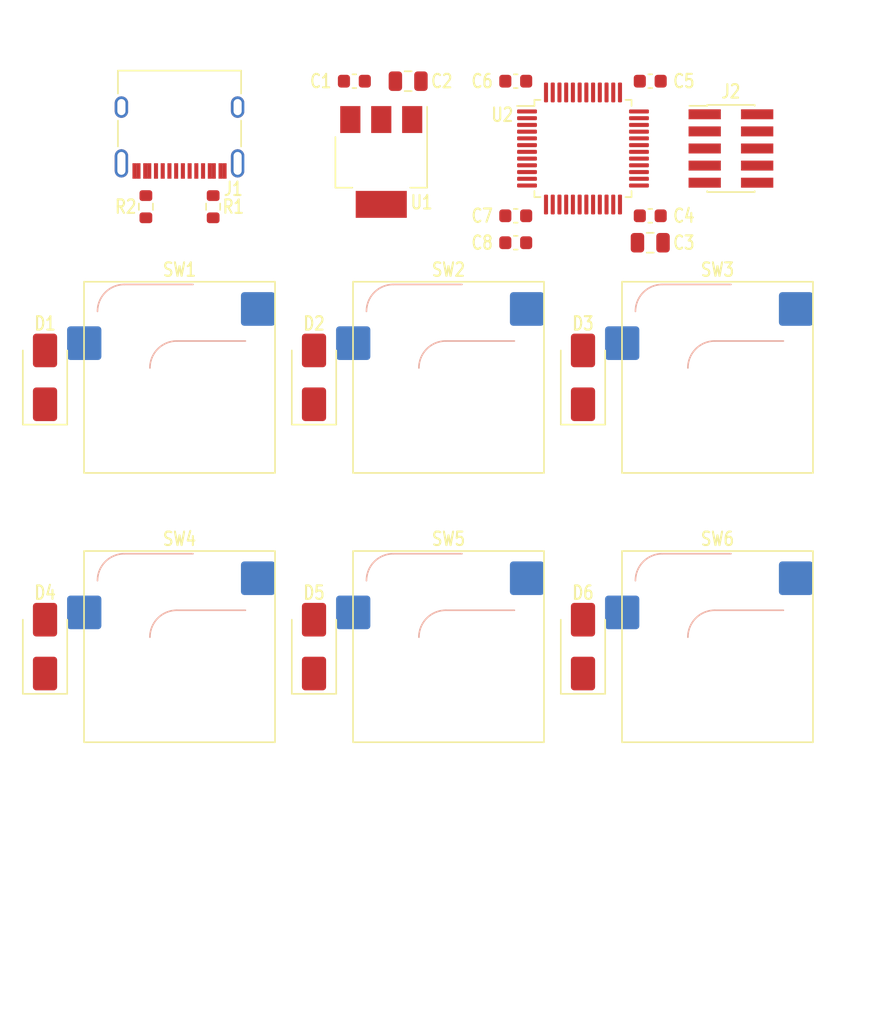
<source format=kicad_pcb>
(kicad_pcb (version 20221018) (generator pcbnew)
  (layers (0 "F.Cu" signal "Front") (31 "B.Cu" signal "Back") (34 "B.Paste" user) (35 "F.Paste" user) (36 "B.SilkS" user "B.Silkscreen") (37 "F.SilkS" user "F.Silkscreen") (38 "B.Mask" user) (39 "F.Mask" user) (44 "Edge.Cuts" user))
  (net 0 "")
  (net 1 "sw.d[0,0].cathode")
  (net 2 "sw.cols.0")
  (net 3 "sw.d[0,1].cathode")
  (net 4 "sw.d[0,2].cathode")
  (net 5 "sw.d[1,0].cathode")
  (net 6 "sw.cols.1")
  (net 7 "sw.d[1,1].cathode")
  (net 8 "usb.conn.A5")
  (net 9 "usb.conn.B5")
  (net 10 "sw.d[1,2].cathode")
  (net 11 "usb.gnd")
  (net 12 "reg.pwr_out")
  (net 13 "usb.pwr")
  (net 14 "mcu.ic.osc.xtal_in")
  (net 15 "mcu.ic.osc.xtal_out")
  (net 16 "mcu.reset_node")
  (net 17 "sw.rows.0")
  (net 18 "sw.rows.1")
  (net 19 "sw.rows.2")
  (net 20 "usb.usb.dp")
  (net 21 "usb.usb.dm")
  (net 22 "mcu.swd.tdi")
  (net 23 "mcu.swd_node.swdio")
  (net 24 "mcu.swd_node.swclk")
  (net 25 "mcu.swd.swo")
  (footprint "Diode_SMD:D_SMA" (layer "F.Cu") (at 160 67 90)
    (fp_text reference "D3" (at 4 0 180) (layer "F.SilkS") (effects (font (size 1 0.8))))
    (fp_text value "40V 550mV@1A 1A SMA(DO-214AC) Schottky Barrier Diodes (SBD) ROHS")
    (fp_line (start -3.51 -1.65) (end -3.51 1.65) (stroke (width 0.12)) (layer "F.SilkS"))
    (fp_line (start -3.51 -1.65) (end 2 -1.65) (stroke (width 0.12)) (layer "F.SilkS"))
    (fp_line (start -3.51 1.65) (end 2 1.65) (stroke (width 0.12)) (layer "F.SilkS"))
    (pad "1" smd roundrect (at -2 0 90) (size 2.5 1.8) (layers "F.Cu" "F.Paste" "F.Mask") (roundrect_rratio 0.1388888889) (net 4 "sw.d[0,2].cathode"))
    (pad "2" smd roundrect (at 2 0 90) (size 2.5 1.8) (layers "F.Cu" "F.Paste" "F.Mask") (roundrect_rratio 0.1388888889) (net 19 "sw.rows.2"))
  )
  (footprint "Capacitor_SMD:C_0603_1608Metric" (layer "F.Cu") (at 155 57 180)
    (fp_text reference "C8" (at 2.5 0) (layer "F.SilkS") (effects (font (size 1 0.8))))
    (fp_text value "")
    (fp_line (start -0.14058 -0.51) (end 0.14058 -0.51) (stroke (width 0.12)) (layer "F.SilkS"))
    (fp_line (start -0.14058 0.51) (end 0.14058 0.51) (stroke (width 0.12)) (layer "F.SilkS"))
    (pad "1" smd roundrect (at -0.775 0 180) (size 0.9 0.95) (layers "F.Cu" "F.Paste" "F.Mask") (net 12 "reg.pwr_out"))
    (pad "2" smd roundrect (at 0.775 0 180) (size 0.9 0.95) (layers "F.Cu" "F.Paste" "F.Mask") (net 11 "usb.gnd"))
  )
  (footprint "Switch_Keyboard_Hotswap_Kailh:SW_Hotswap_Kailh_MX" (layer "F.Cu") (at 170 67)
    (fp_text reference "SW3" (at 0 -8) (layer "F.SilkS") (effects (font (size 1 0.8))))
    (fp_text value "PG151101S11")
    (fp_line (start -4.1 -6.9) (end 1 -6.9) (stroke (width 0.12)) (layer "B.SilkS"))
    (fp_line (start -0.2 -2.7) (end 4.9 -2.7) (stroke (width 0.12)) (layer "B.SilkS"))
    (fp_arc (start -6.1 -4.9) (mid -5.514214 -6.314214) (end -4.1 -6.9) (stroke (width 0.12)) (layer "B.SilkS"))
    (fp_arc (start -2.2 -0.7) (mid -1.614214 -2.114214) (end -0.2 -2.7) (stroke (width 0.12)) (layer "B.SilkS"))
    (fp_line (start -7.1 -7.1) (end -7.1 7.1) (stroke (width 0.12)) (layer "F.SilkS"))
    (fp_line (start -7.1 7.1) (end 7.1 7.1) (stroke (width 0.12)) (layer "F.SilkS"))
    (fp_line (start 7.1 -7.1) (end -7.1 -7.1) (stroke (width 0.12)) (layer "F.SilkS"))
    (fp_line (start 7.1 7.1) (end 7.1 -7.1) (stroke (width 0.12)) (layer "F.SilkS"))
    (pad "" np_thru_hole circle (at -5.08 0) (size 1.75 1.75) (drill 1.75) (layers "*.Cu" "*.Mask"))
    (pad "" np_thru_hole circle (at -3.81 -2.54) (size 3.05 3.05) (drill 3.05) (layers "*.Cu" "*.Mask"))
    (pad "" np_thru_hole circle (at 0 0) (size 4 4) (drill 4) (layers "*.Cu" "*.Mask"))
    (pad "" np_thru_hole circle (at 2.54 -5.08) (size 3.05 3.05) (drill 3.05) (layers "*.Cu" "*.Mask"))
    (pad "" np_thru_hole circle (at 5.08 0) (size 1.75 1.75) (drill 1.75) (layers "*.Cu" "*.Mask"))
    (pad "1" smd roundrect (at -7.085 -2.54) (size 2.55 2.5) (layers "B.Cu" "B.Paste" "B.Mask") (roundrect_rratio 0.1) (net 4 "sw.d[0,2].cathode"))
    (pad "2" smd roundrect (at 5.842 -5.08) (size 2.55 2.5) (layers "B.Cu" "B.Paste" "B.Mask") (roundrect_rratio 0.1) (net 2 "sw.cols.0"))
  )
  (footprint "Connector_USB:USB_C_Receptacle_XKB_U262-16XN-4BVC11" (layer "F.Cu") (at 130 48 180)
    (fp_text reference "J1" (at -4 -5 180) (layer "F.SilkS") (effects (font (size 1 0.8))))
    (fp_text value "COM-15111")
    (fp_line (start -4.58 -1.85) (end -4.58 0.07) (stroke (width 0.12)) (layer "F.SilkS"))
    (fp_line (start -4.58 3.785) (end -4.58 2.08) (stroke (width 0.12)) (layer "F.SilkS"))
    (fp_line (start 4.58 0.07) (end 4.58 -1.85) (stroke (width 0.12)) (layer "F.SilkS"))
    (fp_line (start 4.58 2.08) (end 4.58 3.785) (stroke (width 0.12)) (layer "F.SilkS"))
    (fp_line (start 4.58 3.785) (end -4.58 3.785) (stroke (width 0.12)) (layer "F.SilkS"))
    (pad "" np_thru_hole circle (at -2.89 -2.605 180) (size 0.65 0.65) (drill 0.65) (layers "*.Cu" "*.Mask"))
    (pad "" np_thru_hole circle (at 2.89 -2.605 180) (size 0.65 0.65) (drill 0.65) (layers "*.Cu" "*.Mask"))
    (pad "A1" smd rect (at -3.35 -3.67 180) (size 0.3 1.15) (layers "F.Cu" "F.Paste" "F.Mask") (net 11 "usb.gnd"))
    (pad "A4" smd rect (at -2.55 -3.67 180) (size 0.3 1.15) (layers "F.Cu" "F.Paste" "F.Mask") (net 13 "usb.pwr"))
    (pad "A5" smd rect (at -1.25 -3.67 180) (size 0.3 1.15) (layers "F.Cu" "F.Paste" "F.Mask") (net 8 "usb.conn.A5"))
    (pad "A6" smd rect (at -0.25 -3.67 180) (size 0.3 1.15) (layers "F.Cu" "F.Paste" "F.Mask") (net 20 "usb.usb.dp"))
    (pad "A7" smd rect (at 0.25 -3.67 180) (size 0.3 1.15) (layers "F.Cu" "F.Paste" "F.Mask") (net 21 "usb.usb.dm"))
    (pad "A8" smd rect (at 1.25 -3.67 180) (size 0.3 1.15) (layers "F.Cu" "F.Paste" "F.Mask"))
    (pad "A9" smd rect (at 2.55 -3.67 180) (size 0.3 1.15) (layers "F.Cu" "F.Paste" "F.Mask") (net 13 "usb.pwr"))
    (pad "A12" smd rect (at 3.35 -3.67 180) (size 0.3 1.15) (layers "F.Cu" "F.Paste" "F.Mask") (net 11 "usb.gnd"))
    (pad "B1" smd rect (at 3.05 -3.67 180) (size 0.3 1.15) (layers "F.Cu" "F.Paste" "F.Mask") (net 11 "usb.gnd"))
    (pad "B4" smd rect (at 2.25 -3.67 180) (size 0.3 1.15) (layers "F.Cu" "F.Paste" "F.Mask") (net 13 "usb.pwr"))
    (pad "B5" smd rect (at 1.75 -3.67 180) (size 0.3 1.15) (layers "F.Cu" "F.Paste" "F.Mask") (net 9 "usb.conn.B5"))
    (pad "B6" smd rect (at 0.75 -3.67 180) (size 0.3 1.15) (layers "F.Cu" "F.Paste" "F.Mask") (net 20 "usb.usb.dp"))
    (pad "B7" smd rect (at -0.75 -3.67 180) (size 0.3 1.15) (layers "F.Cu" "F.Paste" "F.Mask") (net 21 "usb.usb.dm"))
    (pad "B8" smd rect (at -1.75 -3.67 180) (size 0.3 1.15) (layers "F.Cu" "F.Paste" "F.Mask"))
    (pad "B9" smd rect (at -2.25 -3.67 180) (size 0.3 1.15) (layers "F.Cu" "F.Paste" "F.Mask") (net 13 "usb.pwr"))
    (pad "B12" smd rect (at -3.05 -3.67 180) (size 0.3 1.15) (layers "F.Cu" "F.Paste" "F.Mask") (net 11 "usb.gnd"))
    (pad "S1" thru_hole oval (at -4.32 -3.105 180) (size 1 2.1) (drill oval 0.6 1.7) (layers "*.Cu" "*.Mask") (net 11 "usb.gnd"))
    (pad "S1" thru_hole oval (at -4.32 1.075 180) (size 1 1.6) (drill oval 0.6 1.2) (layers "*.Cu" "*.Mask") (net 11 "usb.gnd"))
    (pad "S1" thru_hole oval (at 4.32 -3.105 180) (size 1 2.1) (drill oval 0.6 1.7) (layers "*.Cu" "*.Mask") (net 11 "usb.gnd"))
    (pad "S1" thru_hole oval (at 4.32 1.075 180) (size 1 1.6) (drill oval 0.6 1.2) (layers "*.Cu" "*.Mask") (net 11 "usb.gnd"))
  )
  (footprint "Capacitor_SMD:C_0603_1608Metric" (layer "F.Cu") (at 155 45 180)
    (fp_text reference "C6" (at 2.5 0 180) (layer "F.SilkS") (effects (font (size 1 0.8))))
    (fp_text value "")
    (fp_line (start -0.14058 -0.51) (end 0.14058 -0.51) (stroke (width 0.12)) (layer "F.SilkS"))
    (fp_line (start -0.14058 0.51) (end 0.14058 0.51) (stroke (width 0.12)) (layer "F.SilkS"))
    (pad "1" smd roundrect (at -0.775 0 180) (size 0.9 0.95) (layers "F.Cu" "F.Paste" "F.Mask") (net 12 "reg.pwr_out"))
    (pad "2" smd roundrect (at 0.775 0 180) (size 0.9 0.95) (layers "F.Cu" "F.Paste" "F.Mask") (net 11 "usb.gnd"))
  )
  (footprint "Switch_Keyboard_Hotswap_Kailh:SW_Hotswap_Kailh_MX" (layer "F.Cu") (at 130 87)
    (fp_text reference "SW4" (at 0 -8) (layer "F.SilkS") (effects (font (size 1 0.8))))
    (fp_text value "PG151101S11")
    (fp_line (start -4.1 -6.9) (end 1 -6.9) (stroke (width 0.12)) (layer "B.SilkS"))
    (fp_line (start -0.2 -2.7) (end 4.9 -2.7) (stroke (width 0.12)) (layer "B.SilkS"))
    (fp_arc (start -6.1 -4.9) (mid -5.514214 -6.314214) (end -4.1 -6.9) (stroke (width 0.12)) (layer "B.SilkS"))
    (fp_arc (start -2.2 -0.7) (mid -1.614214 -2.114214) (end -0.2 -2.7) (stroke (width 0.12)) (layer "B.SilkS"))
    (fp_line (start -7.1 -7.1) (end -7.1 7.1) (stroke (width 0.12)) (layer "F.SilkS"))
    (fp_line (start -7.1 7.1) (end 7.1 7.1) (stroke (width 0.12)) (layer "F.SilkS"))
    (fp_line (start 7.1 -7.1) (end -7.1 -7.1) (stroke (width 0.12)) (layer "F.SilkS"))
    (fp_line (start 7.1 7.1) (end 7.1 -7.1) (stroke (width 0.12)) (layer "F.SilkS"))
    (pad "" np_thru_hole circle (at -5.08 0) (size 1.75 1.75) (drill 1.75) (layers "*.Cu" "*.Mask"))
    (pad "" np_thru_hole circle (at -3.81 -2.54) (size 3.05 3.05) (drill 3.05) (layers "*.Cu" "*.Mask"))
    (pad "" np_thru_hole circle (at 0 0) (size 4 4) (drill 4) (layers "*.Cu" "*.Mask"))
    (pad "" np_thru_hole circle (at 2.54 -5.08) (size 3.05 3.05) (drill 3.05) (layers "*.Cu" "*.Mask"))
    (pad "" np_thru_hole circle (at 5.08 0) (size 1.75 1.75) (drill 1.75) (layers "*.Cu" "*.Mask"))
    (pad "1" smd roundrect (at -7.085 -2.54) (size 2.55 2.5) (layers "B.Cu" "B.Paste" "B.Mask") (roundrect_rratio 0.1) (net 5 "sw.d[1,0].cathode"))
    (pad "2" smd roundrect (at 5.842 -5.08) (size 2.55 2.5) (layers "B.Cu" "B.Paste" "B.Mask") (roundrect_rratio 0.1) (net 6 "sw.cols.1"))
  )
  (footprint "Capacitor_SMD:C_0805_2012Metric" (layer "F.Cu") (at 165 57 180)
    (fp_text reference "C3" (at -2.5 0) (layer "F.SilkS") (effects (font (size 1 0.8))))
    (fp_text value "")
    (fp_line (start -0.261252 -0.735) (end 0.261252 -0.735) (stroke (width 0.12)) (layer "F.SilkS"))
    (fp_line (start -0.261252 0.735) (end 0.261252 0.735) (stroke (width 0.12)) (layer "F.SilkS"))
    (pad "1" smd roundrect (at -0.95 0 180) (size 1 1.45) (layers "F.Cu" "F.Paste" "F.Mask") (net 12 "reg.pwr_out"))
    (pad "2" smd roundrect (at 0.95 0 180) (size 1 1.45) (layers "F.Cu" "F.Paste" "F.Mask") (net 11 "usb.gnd"))
  )
  (footprint "Capacitor_SMD:C_0603_1608Metric" (layer "F.Cu") (at 143 45)
    (fp_text reference "C1" (at -2.5 0) (layer "F.SilkS") (effects (font (size 1 0.8))))
    (fp_text value "")
    (fp_line (start -0.14058 -0.51) (end 0.14058 -0.51) (stroke (width 0.12)) (layer "F.SilkS"))
    (fp_line (start -0.14058 0.51) (end 0.14058 0.51) (stroke (width 0.12)) (layer "F.SilkS"))
    (pad "1" smd roundrect (at -0.775 0) (size 0.9 0.95) (layers "F.Cu" "F.Paste" "F.Mask") (net 13 "usb.pwr"))
    (pad "2" smd roundrect (at 0.775 0) (size 0.9 0.95) (layers "F.Cu" "F.Paste" "F.Mask") (net 11 "usb.gnd"))
  )
  (footprint "Diode_SMD:D_SMA" (layer "F.Cu") (at 160 87 90)
    (fp_text reference "D6" (at 4 0 180) (layer "F.SilkS") (effects (font (size 1 0.8))))
    (fp_text value "40V 550mV@1A 1A SMA(DO-214AC) Schottky Barrier Diodes (SBD) ROHS")
    (fp_line (start -3.51 -1.65) (end -3.51 1.65) (stroke (width 0.12)) (layer "F.SilkS"))
    (fp_line (start -3.51 -1.65) (end 2 -1.65) (stroke (width 0.12)) (layer "F.SilkS"))
    (fp_line (start -3.51 1.65) (end 2 1.65) (stroke (width 0.12)) (layer "F.SilkS"))
    (pad "1" smd roundrect (at -2 0 90) (size 2.5 1.8) (layers "F.Cu" "F.Paste" "F.Mask") (roundrect_rratio 0.1388888889) (net 10 "sw.d[1,2].cathode"))
    (pad "2" smd roundrect (at 2 0 90) (size 2.5 1.8) (layers "F.Cu" "F.Paste" "F.Mask") (roundrect_rratio 0.1388888889) (net 19 "sw.rows.2"))
  )
  (footprint "Package_QFP:LQFP-48_7x7mm_P0.5mm" (layer "F.Cu") (at 160 50)
    (fp_text reference "U2" (at -6 -2.5) (layer "F.SilkS") (effects (font (size 1 0.8))))
    (fp_text value "STM32F103xxT6")
    (fp_line (start -3.61 -3.61) (end -3.61 -3.16) (stroke (width 0.12)) (layer "F.SilkS"))
    (fp_line (start -3.61 -3.16) (end -4.9 -3.16) (stroke (width 0.12)) (layer "F.SilkS"))
    (fp_line (start -3.61 3.61) (end -3.61 3.16) (stroke (width 0.12)) (layer "F.SilkS"))
    (fp_line (start -3.16 -3.61) (end -3.61 -3.61) (stroke (width 0.12)) (layer "F.SilkS"))
    (fp_line (start -3.16 3.61) (end -3.61 3.61) (stroke (width 0.12)) (layer "F.SilkS"))
    (fp_line (start 3.16 -3.61) (end 3.61 -3.61) (stroke (width 0.12)) (layer "F.SilkS"))
    (fp_line (start 3.16 3.61) (end 3.61 3.61) (stroke (width 0.12)) (layer "F.SilkS"))
    (fp_line (start 3.61 -3.61) (end 3.61 -3.16) (stroke (width 0.12)) (layer "F.SilkS"))
    (fp_line (start 3.61 3.61) (end 3.61 3.16) (stroke (width 0.12)) (layer "F.SilkS"))
    (pad "1" smd roundrect (at -4.1625 -2.75) (size 1.475 0.3) (layers "F.Cu" "F.Paste" "F.Mask") (net 12 "reg.pwr_out"))
    (pad "2" smd roundrect (at -4.1625 -2.25) (size 1.475 0.3) (layers "F.Cu" "F.Paste" "F.Mask"))
    (pad "3" smd roundrect (at -4.1625 -1.75) (size 1.475 0.3) (layers "F.Cu" "F.Paste" "F.Mask"))
    (pad "4" smd roundrect (at -4.1625 -1.25) (size 1.475 0.3) (layers "F.Cu" "F.Paste" "F.Mask"))
    (pad "5" smd roundrect (at -4.1625 -0.75) (size 1.475 0.3) (layers "F.Cu" "F.Paste" "F.Mask") (net 14 "mcu.ic.osc.xtal_in"))
    (pad "6" smd roundrect (at -4.1625 -0.25) (size 1.475 0.3) (layers "F.Cu" "F.Paste" "F.Mask") (net 15 "mcu.ic.osc.xtal_out"))
    (pad "7" smd roundrect (at -4.1625 0.25) (size 1.475 0.3) (layers "F.Cu" "F.Paste" "F.Mask") (net 16 "mcu.reset_node"))
    (pad "8" smd roundrect (at -4.1625 0.75) (size 1.475 0.3) (layers "F.Cu" "F.Paste" "F.Mask") (net 11 "usb.gnd"))
    (pad "9" smd roundrect (at -4.1625 1.25) (size 1.475 0.3) (layers "F.Cu" "F.Paste" "F.Mask") (net 12 "reg.pwr_out"))
    (pad "10" smd roundrect (at -4.1625 1.75) (size 1.475 0.3) (layers "F.Cu" "F.Paste" "F.Mask") (net 2 "sw.cols.0"))
    (pad "11" smd roundrect (at -4.1625 2.25) (size 1.475 0.3) (layers "F.Cu" "F.Paste" "F.Mask") (net 6 "sw.cols.1"))
    (pad "12" smd roundrect (at -4.1625 2.75) (size 1.475 0.3) (layers "F.Cu" "F.Paste" "F.Mask") (net 17 "sw.rows.0"))
    (pad "13" smd roundrect (at -2.75 4.1625) (size 0.3 1.475) (layers "F.Cu" "F.Paste" "F.Mask") (net 18 "sw.rows.1"))
    (pad "14" smd roundrect (at -2.25 4.1625) (size 0.3 1.475) (layers "F.Cu" "F.Paste" "F.Mask") (net 19 "sw.rows.2"))
    (pad "15" smd roundrect (at -1.75 4.1625) (size 0.3 1.475) (layers "F.Cu" "F.Paste" "F.Mask"))
    (pad "16" smd roundrect (at -1.25 4.1625) (size 0.3 1.475) (layers "F.Cu" "F.Paste" "F.Mask"))
    (pad "17" smd roundrect (at -0.75 4.1625) (size 0.3 1.475) (layers "F.Cu" "F.Paste" "F.Mask"))
    (pad "18" smd roundrect (at -0.25 4.1625) (size 0.3 1.475) (layers "F.Cu" "F.Paste" "F.Mask"))
    (pad "19" smd roundrect (at 0.25 4.1625) (size 0.3 1.475) (layers "F.Cu" "F.Paste" "F.Mask"))
    (pad "20" smd roundrect (at 0.75 4.1625) (size 0.3 1.475) (layers "F.Cu" "F.Paste" "F.Mask"))
    (pad "21" smd roundrect (at 1.25 4.1625) (size 0.3 1.475) (layers "F.Cu" "F.Paste" "F.Mask"))
    (pad "22" smd roundrect (at 1.75 4.1625) (size 0.3 1.475) (layers "F.Cu" "F.Paste" "F.Mask"))
    (pad "23" smd roundrect (at 2.25 4.1625) (size 0.3 1.475) (layers "F.Cu" "F.Paste" "F.Mask") (net 11 "usb.gnd"))
    (pad "24" smd roundrect (at 2.75 4.1625) (size 0.3 1.475) (layers "F.Cu" "F.Paste" "F.Mask") (net 12 "reg.pwr_out"))
    (pad "25" smd roundrect (at 4.1625 2.75) (size 1.475 0.3) (layers "F.Cu" "F.Paste" "F.Mask"))
    (pad "26" smd roundrect (at 4.1625 2.25) (size 1.475 0.3) (layers "F.Cu" "F.Paste" "F.Mask"))
    (pad "27" smd roundrect (at 4.1625 1.75) (size 1.475 0.3) (layers "F.Cu" "F.Paste" "F.Mask"))
    (pad "28" smd roundrect (at 4.1625 1.25) (size 1.475 0.3) (layers "F.Cu" "F.Paste" "F.Mask"))
    (pad "29" smd roundrect (at 4.1625 0.75) (size 1.475 0.3) (layers "F.Cu" "F.Paste" "F.Mask"))
    (pad "30" smd roundrect (at 4.1625 0.25) (size 1.475 0.3) (layers "F.Cu" "F.Paste" "F.Mask"))
    (pad "31" smd roundrect (at 4.1625 -0.25) (size 1.475 0.3) (layers "F.Cu" "F.Paste" "F.Mask"))
    (pad "32" smd roundrect (at 4.1625 -0.75) (size 1.475 0.3) (layers "F.Cu" "F.Paste" "F.Mask"))
    (pad "33" smd roundrect (at 4.1625 -1.25) (size 1.475 0.3) (layers "F.Cu" "F.Paste" "F.Mask"))
    (pad "34" smd roundrect (at 4.1625 -1.75) (size 1.475 0.3) (layers "F.Cu" "F.Paste" "F.Mask") (net 23 "mcu.swd_node.swdio"))
    (pad "35" smd roundrect (at 4.1625 -2.25) (size 1.475 0.3) (layers "F.Cu" "F.Paste" "F.Mask") (net 11 "usb.gnd"))
    (pad "36" smd roundrect (at 4.1625 -2.75) (size 1.475 0.3) (layers "F.Cu" "F.Paste" "F.Mask") (net 12 "reg.pwr_out"))
    (pad "37" smd roundrect (at 2.75 -4.1625) (size 0.3 1.475) (layers "F.Cu" "F.Paste" "F.Mask") (net 24 "mcu.swd_node.swclk"))
    (pad "38" smd roundrect (at 2.25 -4.1625) (size 0.3 1.475) (layers "F.Cu" "F.Paste" "F.Mask"))
    (pad "39" smd roundrect (at 1.75 -4.1625) (size 0.3 1.475) (layers "F.Cu" "F.Paste" "F.Mask"))
    (pad "40" smd roundrect (at 1.25 -4.1625) (size 0.3 1.475) (layers "F.Cu" "F.Paste" "F.Mask"))
    (pad "41" smd roundrect (at 0.75 -4.1625) (size 0.3 1.475) (layers "F.Cu" "F.Paste" "F.Mask"))
    (pad "42" smd roundrect (at 0.25 -4.1625) (size 0.3 1.475) (layers "F.Cu" "F.Paste" "F.Mask"))
    (pad "43" smd roundrect (at -0.25 -4.1625) (size 0.3 1.475) (layers "F.Cu" "F.Paste" "F.Mask"))
    (pad "44" smd roundrect (at -0.75 -4.1625) (size 0.3 1.475) (layers "F.Cu" "F.Paste" "F.Mask") (net 11 "usb.gnd"))
    (pad "45" smd roundrect (at -1.25 -4.1625) (size 0.3 1.475) (layers "F.Cu" "F.Paste" "F.Mask"))
    (pad "46" smd roundrect (at -1.75 -4.1625) (size 0.3 1.475) (layers "F.Cu" "F.Paste" "F.Mask"))
    (pad "47" smd roundrect (at -2.25 -4.1625) (size 0.3 1.475) (layers "F.Cu" "F.Paste" "F.Mask") (net 11 "usb.gnd"))
    (pad "48" smd roundrect (at -2.75 -4.1625) (size 0.3 1.475) (layers "F.Cu" "F.Paste" "F.Mask") (net 12 "reg.pwr_out"))
  )
  (footprint "Connector_PinHeader_1.27mm:PinHeader_2x05_P1.27mm_Vertical_SMD" (layer "F.Cu") (at 171 50)
    (fp_text reference "J2" (at 0 -4.235) (layer "F.SilkS") (effects (font (size 1 0.8))))
    (fp_text value "PinHeader1.27 Shrouded 2x5")
    (fp_line (start -3.09 -3.17) (end -1.765 -3.17) (stroke (width 0.12)) (layer "F.SilkS"))
    (fp_line (start -1.765 -3.235) (end -1.765 -3.17) (stroke (width 0.12)) (layer "F.SilkS"))
    (fp_line (start -1.765 -3.235) (end 1.765 -3.235) (stroke (width 0.12)) (layer "F.SilkS"))
    (fp_line (start -1.765 3.17) (end -1.765 3.235) (stroke (width 0.12)) (layer "F.SilkS"))
    (fp_line (start -1.765 3.235) (end 1.765 3.235) (stroke (width 0.12)) (layer "F.SilkS"))
    (fp_line (start 1.765 -3.235) (end 1.765 -3.17) (stroke (width 0.12)) (layer "F.SilkS"))
    (fp_line (start 1.765 3.17) (end 1.765 3.235) (stroke (width 0.12)) (layer "F.SilkS"))
    (pad "1" smd rect (at -1.95 -2.54) (size 2.4 0.74) (layers "F.Cu" "F.Paste" "F.Mask") (net 12 "reg.pwr_out"))
    (pad "2" smd rect (at 1.95 -2.54) (size 2.4 0.74) (layers "F.Cu" "F.Paste" "F.Mask") (net 23 "mcu.swd_node.swdio"))
    (pad "3" smd rect (at -1.95 -1.27) (size 2.4 0.74) (layers "F.Cu" "F.Paste" "F.Mask") (net 11 "usb.gnd"))
    (pad "4" smd rect (at 1.95 -1.27) (size 2.4 0.74) (layers "F.Cu" "F.Paste" "F.Mask") (net 24 "mcu.swd_node.swclk"))
    (pad "5" smd rect (at -1.95 0) (size 2.4 0.74) (layers "F.Cu" "F.Paste" "F.Mask") (net 11 "usb.gnd"))
    (pad "6" smd rect (at 1.95 0) (size 2.4 0.74) (layers "F.Cu" "F.Paste" "F.Mask") (net 25 "mcu.swd.swo"))
    (pad "7" smd rect (at -1.95 1.27) (size 2.4 0.74) (layers "F.Cu" "F.Paste" "F.Mask"))
    (pad "8" smd rect (at 1.95 1.27) (size 2.4 0.74) (layers "F.Cu" "F.Paste" "F.Mask") (net 22 "mcu.swd.tdi"))
    (pad "9" smd rect (at -1.95 2.54) (size 2.4 0.74) (layers "F.Cu" "F.Paste" "F.Mask") (net 11 "usb.gnd"))
    (pad "10" smd rect (at 1.95 2.54) (size 2.4 0.74) (layers "F.Cu" "F.Paste" "F.Mask") (net 16 "mcu.reset_node"))
  )
  (footprint "Switch_Keyboard_Hotswap_Kailh:SW_Hotswap_Kailh_MX" (layer "F.Cu") (at 130 67)
    (fp_text reference "SW1" (at 0 -8) (layer "F.SilkS") (effects (font (size 1 0.8))))
    (fp_text value "PG151101S11")
    (fp_line (start -4.1 -6.9) (end 1 -6.9) (stroke (width 0.12)) (layer "B.SilkS"))
    (fp_line (start -0.2 -2.7) (end 4.9 -2.7) (stroke (width 0.12)) (layer "B.SilkS"))
    (fp_arc (start -6.1 -4.9) (mid -5.514214 -6.314214) (end -4.1 -6.9) (stroke (width 0.12)) (layer "B.SilkS"))
    (fp_arc (start -2.2 -0.7) (mid -1.614214 -2.114214) (end -0.2 -2.7) (stroke (width 0.12)) (layer "B.SilkS"))
    (fp_line (start -7.1 -7.1) (end -7.1 7.1) (stroke (width 0.12)) (layer "F.SilkS"))
    (fp_line (start -7.1 7.1) (end 7.1 7.1) (stroke (width 0.12)) (layer "F.SilkS"))
    (fp_line (start 7.1 -7.1) (end -7.1 -7.1) (stroke (width 0.12)) (layer "F.SilkS"))
    (fp_line (start 7.1 7.1) (end 7.1 -7.1) (stroke (width 0.12)) (layer "F.SilkS"))
    (pad "" np_thru_hole circle (at -5.08 0) (size 1.75 1.75) (drill 1.75) (layers "*.Cu" "*.Mask"))
    (pad "" np_thru_hole circle (at -3.81 -2.54) (size 3.05 3.05) (drill 3.05) (layers "*.Cu" "*.Mask"))
    (pad "" np_thru_hole circle (at 0 0) (size 4 4) (drill 4) (layers "*.Cu" "*.Mask"))
    (pad "" np_thru_hole circle (at 2.54 -5.08) (size 3.05 3.05) (drill 3.05) (layers "*.Cu" "*.Mask"))
    (pad "" np_thru_hole circle (at 5.08 0) (size 1.75 1.75) (drill 1.75) (layers "*.Cu" "*.Mask"))
    (pad "1" smd roundrect (at -7.085 -2.54) (size 2.55 2.5) (layers "B.Cu" "B.Paste" "B.Mask") (roundrect_rratio 0.1) (net 1 "sw.d[0,0].cathode"))
    (pad "2" smd roundrect (at 5.842 -5.08) (size 2.55 2.5) (layers "B.Cu" "B.Paste" "B.Mask") (roundrect_rratio 0.1) (net 2 "sw.cols.0"))
  )
  (footprint "Switch_Keyboard_Hotswap_Kailh:SW_Hotswap_Kailh_MX" (layer "F.Cu") (at 150 67)
    (fp_text reference "SW2" (at 0 -8) (layer "F.SilkS") (effects (font (size 1 0.8))))
    (fp_text value "PG151101S11")
    (fp_line (start -4.1 -6.9) (end 1 -6.9) (stroke (width 0.12)) (layer "B.SilkS"))
    (fp_line (start -0.2 -2.7) (end 4.9 -2.7) (stroke (width 0.12)) (layer "B.SilkS"))
    (fp_arc (start -6.1 -4.9) (mid -5.514214 -6.314214) (end -4.1 -6.9) (stroke (width 0.12)) (layer "B.SilkS"))
    (fp_arc (start -2.2 -0.7) (mid -1.614214 -2.114214) (end -0.2 -2.7) (stroke (width 0.12)) (layer "B.SilkS"))
    (fp_line (start -7.1 -7.1) (end -7.1 7.1) (stroke (width 0.12)) (layer "F.SilkS"))
    (fp_line (start -7.1 7.1) (end 7.1 7.1) (stroke (width 0.12)) (layer "F.SilkS"))
    (fp_line (start 7.1 -7.1) (end -7.1 -7.1) (stroke (width 0.12)) (layer "F.SilkS"))
    (fp_line (start 7.1 7.1) (end 7.1 -7.1) (stroke (width 0.12)) (layer "F.SilkS"))
    (pad "" np_thru_hole circle (at -5.08 0) (size 1.75 1.75) (drill 1.75) (layers "*.Cu" "*.Mask"))
    (pad "" np_thru_hole circle (at -3.81 -2.54) (size 3.05 3.05) (drill 3.05) (layers "*.Cu" "*.Mask"))
    (pad "" np_thru_hole circle (at 0 0) (size 4 4) (drill 4) (layers "*.Cu" "*.Mask"))
    (pad "" np_thru_hole circle (at 2.54 -5.08) (size 3.05 3.05) (drill 3.05) (layers "*.Cu" "*.Mask"))
    (pad "" np_thru_hole circle (at 5.08 0) (size 1.75 1.75) (drill 1.75) (layers "*.Cu" "*.Mask"))
    (pad "1" smd roundrect (at -7.085 -2.54) (size 2.55 2.5) (layers "B.Cu" "B.Paste" "B.Mask") (roundrect_rratio 0.1) (net 3 "sw.d[0,1].cathode"))
    (pad "2" smd roundrect (at 5.842 -5.08) (size 2.55 2.5) (layers "B.Cu" "B.Paste" "B.Mask") (roundrect_rratio 0.1) (net 2 "sw.cols.0"))
  )
  (footprint "Switch_Keyboard_Hotswap_Kailh:SW_Hotswap_Kailh_MX" (layer "F.Cu") (at 170 87)
    (fp_text reference "SW6" (at 0 -8) (layer "F.SilkS") (effects (font (size 1 0.8))))
    (fp_text value "PG151101S11")
    (fp_line (start -4.1 -6.9) (end 1 -6.9) (stroke (width 0.12)) (layer "B.SilkS"))
    (fp_line (start -0.2 -2.7) (end 4.9 -2.7) (stroke (width 0.12)) (layer "B.SilkS"))
    (fp_arc (start -6.1 -4.9) (mid -5.514214 -6.314214) (end -4.1 -6.9) (stroke (width 0.12)) (layer "B.SilkS"))
    (fp_arc (start -2.2 -0.7) (mid -1.614214 -2.114214) (end -0.2 -2.7) (stroke (width 0.12)) (layer "B.SilkS"))
    (fp_line (start -7.1 -7.1) (end -7.1 7.1) (stroke (width 0.12)) (layer "F.SilkS"))
    (fp_line (start -7.1 7.1) (end 7.1 7.1) (stroke (width 0.12)) (layer "F.SilkS"))
    (fp_line (start 7.1 -7.1) (end -7.1 -7.1) (stroke (width 0.12)) (layer "F.SilkS"))
    (fp_line (start 7.1 7.1) (end 7.1 -7.1) (stroke (width 0.12)) (layer "F.SilkS"))
    (pad "" np_thru_hole circle (at -5.08 0) (size 1.75 1.75) (drill 1.75) (layers "*.Cu" "*.Mask"))
    (pad "" np_thru_hole circle (at -3.81 -2.54) (size 3.05 3.05) (drill 3.05) (layers "*.Cu" "*.Mask"))
    (pad "" np_thru_hole circle (at 0 0) (size 4 4) (drill 4) (layers "*.Cu" "*.Mask"))
    (pad "" np_thru_hole circle (at 2.54 -5.08) (size 3.05 3.05) (drill 3.05) (layers "*.Cu" "*.Mask"))
    (pad "" np_thru_hole circle (at 5.08 0) (size 1.75 1.75) (drill 1.75) (layers "*.Cu" "*.Mask"))
    (pad "1" smd roundrect (at -7.085 -2.54) (size 2.55 2.5) (layers "B.Cu" "B.Paste" "B.Mask") (roundrect_rratio 0.1) (net 10 "sw.d[1,2].cathode"))
    (pad "2" smd roundrect (at 5.842 -5.08) (size 2.55 2.5) (layers "B.Cu" "B.Paste" "B.Mask") (roundrect_rratio 0.1) (net 6 "sw.cols.1"))
  )
  (footprint "Capacitor_SMD:C_0805_2012Metric" (layer "F.Cu") (at 147 45)
    (fp_text reference "C2" (at 2.5 0) (layer "F.SilkS") (effects (font (size 1 0.8))))
    (fp_text value "")
    (fp_line (start -0.261252 -0.735) (end 0.261252 -0.735) (stroke (width 0.12)) (layer "F.SilkS"))
    (fp_line (start -0.261252 0.735) (end 0.261252 0.735) (stroke (width 0.12)) (layer "F.SilkS"))
    (pad "1" smd roundrect (at -0.95 0) (size 1 1.45) (layers "F.Cu" "F.Paste" "F.Mask") (net 12 "reg.pwr_out"))
    (pad "2" smd roundrect (at 0.95 0) (size 1 1.45) (layers "F.Cu" "F.Paste" "F.Mask") (net 11 "usb.gnd"))
  )
  (footprint "Diode_SMD:D_SMA" (layer "F.Cu") (at 120 87 90)
    (fp_text reference "D4" (at 4 0 180) (layer "F.SilkS") (effects (font (size 1 0.8))))
    (fp_text value "40V 550mV@1A 1A SMA(DO-214AC) Schottky Barrier Diodes (SBD) ROHS")
    (fp_line (start -3.51 -1.65) (end -3.51 1.65) (stroke (width 0.12)) (layer "F.SilkS"))
    (fp_line (start -3.51 -1.65) (end 2 -1.65) (stroke (width 0.12)) (layer "F.SilkS"))
    (fp_line (start -3.51 1.65) (end 2 1.65) (stroke (width 0.12)) (layer "F.SilkS"))
    (pad "1" smd roundrect (at -2 0 90) (size 2.5 1.8) (layers "F.Cu" "F.Paste" "F.Mask") (roundrect_rratio 0.1388888889) (net 5 "sw.d[1,0].cathode"))
    (pad "2" smd roundrect (at 2 0 90) (size 2.5 1.8) (layers "F.Cu" "F.Paste" "F.Mask") (roundrect_rratio 0.1388888889) (net 17 "sw.rows.0"))
  )
  (footprint "Resistor_SMD:R_0603_1608Metric" (layer "F.Cu") (at 132.5 54.325 90)
    (fp_text reference "R1" (at 0 1.5 180) (layer "F.SilkS") (effects (font (size 1 0.8))))
    (fp_text value "")
    (fp_line (start -0.237258 -0.5225) (end 0.237258 -0.5225) (stroke (width 0.12)) (layer "F.SilkS"))
    (fp_line (start -0.237258 0.5225) (end 0.237258 0.5225) (stroke (width 0.12)) (layer "F.SilkS"))
    (pad "1" smd roundrect (at -0.825 0 90) (size 0.8 0.95) (layers "F.Cu" "F.Paste" "F.Mask") (net 11 "usb.gnd"))
    (pad "2" smd roundrect (at 0.825 0 90) (size 0.8 0.95) (layers "F.Cu" "F.Paste" "F.Mask") (net 8 "usb.conn.A5"))
  )
  (footprint "Capacitor_SMD:C_0603_1608Metric" (layer "F.Cu") (at 165 45)
    (fp_text reference "C5" (at 2.5 0) (layer "F.SilkS") (effects (font (size 1 0.8))))
    (fp_text value "")
    (fp_line (start -0.14058 -0.51) (end 0.14058 -0.51) (stroke (width 0.12)) (layer "F.SilkS"))
    (fp_line (start -0.14058 0.51) (end 0.14058 0.51) (stroke (width 0.12)) (layer "F.SilkS"))
    (pad "1" smd roundrect (at -0.775 0) (size 0.9 0.95) (layers "F.Cu" "F.Paste" "F.Mask") (net 12 "reg.pwr_out"))
    (pad "2" smd roundrect (at 0.775 0) (size 0.9 0.95) (layers "F.Cu" "F.Paste" "F.Mask") (net 11 "usb.gnd"))
  )
  (footprint "Resistor_SMD:R_0603_1608Metric" (layer "F.Cu") (at 127.5 54.325 90)
    (fp_text reference "R2" (at 0 -1.5 180) (layer "F.SilkS") (effects (font (size 1 0.8))))
    (fp_text value "")
    (fp_line (start -0.237258 -0.5225) (end 0.237258 -0.5225) (stroke (width 0.12)) (layer "F.SilkS"))
    (fp_line (start -0.237258 0.5225) (end 0.237258 0.5225) (stroke (width 0.12)) (layer "F.SilkS"))
    (pad "1" smd roundrect (at -0.825 0 90) (size 0.8 0.95) (layers "F.Cu" "F.Paste" "F.Mask") (net 11 "usb.gnd"))
    (pad "2" smd roundrect (at 0.825 0 90) (size 0.8 0.95) (layers "F.Cu" "F.Paste" "F.Mask") (net 9 "usb.conn.B5"))
  )
  (footprint "Capacitor_SMD:C_0603_1608Metric" (layer "F.Cu") (at 155 55 180)
    (fp_text reference "C7" (at 2.5 0 180) (layer "F.SilkS") (effects (font (size 1 0.8))))
    (fp_text value "")
    (fp_line (start -0.14058 -0.51) (end 0.14058 -0.51) (stroke (width 0.12)) (layer "F.SilkS"))
    (fp_line (start -0.14058 0.51) (end 0.14058 0.51) (stroke (width 0.12)) (layer "F.SilkS"))
    (pad "1" smd roundrect (at -0.775 0 180) (size 0.9 0.95) (layers "F.Cu" "F.Paste" "F.Mask") (net 12 "reg.pwr_out"))
    (pad "2" smd roundrect (at 0.775 0 180) (size 0.9 0.95) (layers "F.Cu" "F.Paste" "F.Mask") (net 11 "usb.gnd"))
  )
  (footprint "Capacitor_SMD:C_0603_1608Metric" (layer "F.Cu") (at 165 55)
    (fp_text reference "C4" (at 2.5 0) (layer "F.SilkS") (effects (font (size 1 0.8))))
    (fp_text value "")
    (fp_line (start -0.14058 -0.51) (end 0.14058 -0.51) (stroke (width 0.12)) (layer "F.SilkS"))
    (fp_line (start -0.14058 0.51) (end 0.14058 0.51) (stroke (width 0.12)) (layer "F.SilkS"))
    (pad "1" smd roundrect (at -0.775 0) (size 0.9 0.95) (layers "F.Cu" "F.Paste" "F.Mask") (net 12 "reg.pwr_out"))
    (pad "2" smd roundrect (at 0.775 0) (size 0.9 0.95) (layers "F.Cu" "F.Paste" "F.Mask") (net 11 "usb.gnd"))
  )
  (footprint "Diode_SMD:D_SMA" (layer "F.Cu") (at 140 67 90)
    (fp_text reference "D2" (at 4 0 180) (layer "F.SilkS") (effects (font (size 1 0.8))))
    (fp_text value "40V 550mV@1A 1A SMA(DO-214AC) Schottky Barrier Diodes (SBD) ROHS")
    (fp_line (start -3.51 -1.65) (end -3.51 1.65) (stroke (width 0.12)) (layer "F.SilkS"))
    (fp_line (start -3.51 -1.65) (end 2 -1.65) (stroke (width 0.12)) (layer "F.SilkS"))
    (fp_line (start -3.51 1.65) (end 2 1.65) (stroke (width 0.12)) (layer "F.SilkS"))
    (pad "1" smd roundrect (at -2 0 90) (size 2.5 1.8) (layers "F.Cu" "F.Paste" "F.Mask") (roundrect_rratio 0.1388888889) (net 3 "sw.d[0,1].cathode"))
    (pad "2" smd roundrect (at 2 0 90) (size 2.5 1.8) (layers "F.Cu" "F.Paste" "F.Mask") (roundrect_rratio 0.1388888889) (net 18 "sw.rows.1"))
  )
  (footprint "Package_TO_SOT_SMD:SOT-223-3_TabPin2" (layer "F.Cu") (at 145 51 -90)
    (fp_text reference "U1" (at 3 -3 -180) (layer "F.SilkS") (effects (font (size 1 0.8))))
    (fp_text value "LDL1117S33R")
    (fp_line (start -4.1 -3.41) (end 1.91 -3.41) (stroke (width 0.12)) (layer "F.SilkS"))
    (fp_line (start -1.85 3.41) (end 1.91 3.41) (stroke (width 0.12)) (layer "F.SilkS"))
    (fp_line (start 1.91 -3.41) (end 1.91 -2.15) (stroke (width 0.12)) (layer "F.SilkS"))
    (fp_line (start 1.91 3.41) (end 1.91 2.15) (stroke (width 0.12)) (layer "F.SilkS"))
    (pad "1" smd rect (at -3.15 -2.3 270) (size 2 1.5) (layers "F.Cu" "F.Paste" "F.Mask") (net 11 "usb.gnd"))
    (pad "2" smd rect (at -3.15 0 270) (size 2 1.5) (layers "F.Cu" "F.Paste" "F.Mask") (net 12 "reg.pwr_out"))
    (pad "2" smd rect (at 3.15 0 270) (size 2 3.8) (layers "F.Cu" "F.Paste" "F.Mask") (net 12 "reg.pwr_out"))
    (pad "3" smd rect (at -3.15 2.3 270) (size 2 1.5) (layers "F.Cu" "F.Paste" "F.Mask") (net 13 "usb.pwr"))
  )
  (footprint "Diode_SMD:D_SMA" (layer "F.Cu") (at 140 87 90)
    (fp_text reference "D5" (at 4 0 180) (layer "F.SilkS") (effects (font (size 1 0.8))))
    (fp_text value "40V 550mV@1A 1A SMA(DO-214AC) Schottky Barrier Diodes (SBD) ROHS")
    (fp_line (start -3.51 -1.65) (end -3.51 1.65) (stroke (width 0.12)) (layer "F.SilkS"))
    (fp_line (start -3.51 -1.65) (end 2 -1.65) (stroke (width 0.12)) (layer "F.SilkS"))
    (fp_line (start -3.51 1.65) (end 2 1.65) (stroke (width 0.12)) (layer "F.SilkS"))
    (pad "1" smd roundrect (at -2 0 90) (size 2.5 1.8) (layers "F.Cu" "F.Paste" "F.Mask") (roundrect_rratio 0.1388888889) (net 7 "sw.d[1,1].cathode"))
    (pad "2" smd roundrect (at 2 0 90) (size 2.5 1.8) (layers "F.Cu" "F.Paste" "F.Mask") (roundrect_rratio 0.1388888889) (net 18 "sw.rows.1"))
  )
  (footprint "Diode_SMD:D_SMA" (layer "F.Cu") (at 120 67 90)
    (fp_text reference "D1" (at 4 0 180) (layer "F.SilkS") (effects (font (size 1 0.8))))
    (fp_text value "40V 550mV@1A 1A SMA(DO-214AC) Schottky Barrier Diodes (SBD) ROHS")
    (fp_line (start -3.51 -1.65) (end -3.51 1.65) (stroke (width 0.12)) (layer "F.SilkS"))
    (fp_line (start -3.51 -1.65) (end 2 -1.65) (stroke (width 0.12)) (layer "F.SilkS"))
    (fp_line (start -3.51 1.65) (end 2 1.65) (stroke (width 0.12)) (layer "F.SilkS"))
    (pad "1" smd roundrect (at -2 0 90) (size 2.5 1.8) (layers "F.Cu" "F.Paste" "F.Mask") (roundrect_rratio 0.1388888889) (net 1 "sw.d[0,0].cathode"))
    (pad "2" smd roundrect (at 2 0 90) (size 2.5 1.8) (layers "F.Cu" "F.Paste" "F.Mask") (roundrect_rratio 0.1388888889) (net 17 "sw.rows.0"))
  )
  (footprint "Switch_Keyboard_Hotswap_Kailh:SW_Hotswap_Kailh_MX" (layer "F.Cu") (at 150 87)
    (fp_text reference "SW5" (at 0 -8) (layer "F.SilkS") (effects (font (size 1 0.8))))
    (fp_text value "PG151101S11")
    (fp_line (start -4.1 -6.9) (end 1 -6.9) (stroke (width 0.12)) (layer "B.SilkS"))
    (fp_line (start -0.2 -2.7) (end 4.9 -2.7) (stroke (width 0.12)) (layer "B.SilkS"))
    (fp_arc (start -6.1 -4.9) (mid -5.514214 -6.314214) (end -4.1 -6.9) (stroke (width 0.12)) (layer "B.SilkS"))
    (fp_arc (start -2.2 -0.7) (mid -1.614214 -2.114214) (end -0.2 -2.7) (stroke (width 0.12)) (layer "B.SilkS"))
    (fp_line (start -7.1 -7.1) (end -7.1 7.1) (stroke (width 0.12)) (layer "F.SilkS"))
    (fp_line (start -7.1 7.1) (end 7.1 7.1) (stroke (width 0.12)) (layer "F.SilkS"))
    (fp_line (start 7.1 -7.1) (end -7.1 -7.1) (stroke (width 0.12)) (layer "F.SilkS"))
    (fp_line (start 7.1 7.1) (end 7.1 -7.1) (stroke (width 0.12)) (layer "F.SilkS"))
    (pad "" np_thru_hole circle (at -5.08 0) (size 1.75 1.75) (drill 1.75) (layers "*.Cu" "*.Mask"))
    (pad "" np_thru_hole circle (at -3.81 -2.54) (size 3.05 3.05) (drill 3.05) (layers "*.Cu" "*.Mask"))
    (pad "" np_thru_hole circle (at 0 0) (size 4 4) (drill 4) (layers "*.Cu" "*.Mask"))
    (pad "" np_thru_hole circle (at 2.54 -5.08) (size 3.05 3.05) (drill 3.05) (layers "*.Cu" "*.Mask"))
    (pad "" np_thru_hole circle (at 5.08 0) (size 1.75 1.75) (drill 1.75) (layers "*.Cu" "*.Mask"))
    (pad "1" smd roundrect (at -7.085 -2.54) (size 2.55 2.5) (layers "B.Cu" "B.Paste" "B.Mask") (roundrect_rratio 0.1) (net 7 "sw.d[1,1].cathode"))
    (pad "2" smd roundrect (at 5.842 -5.08) (size 2.55 2.5) (layers "B.Cu" "B.Paste" "B.Mask") (roundrect_rratio 0.1) (net 6 "sw.cols.1"))
  )
)
</source>
